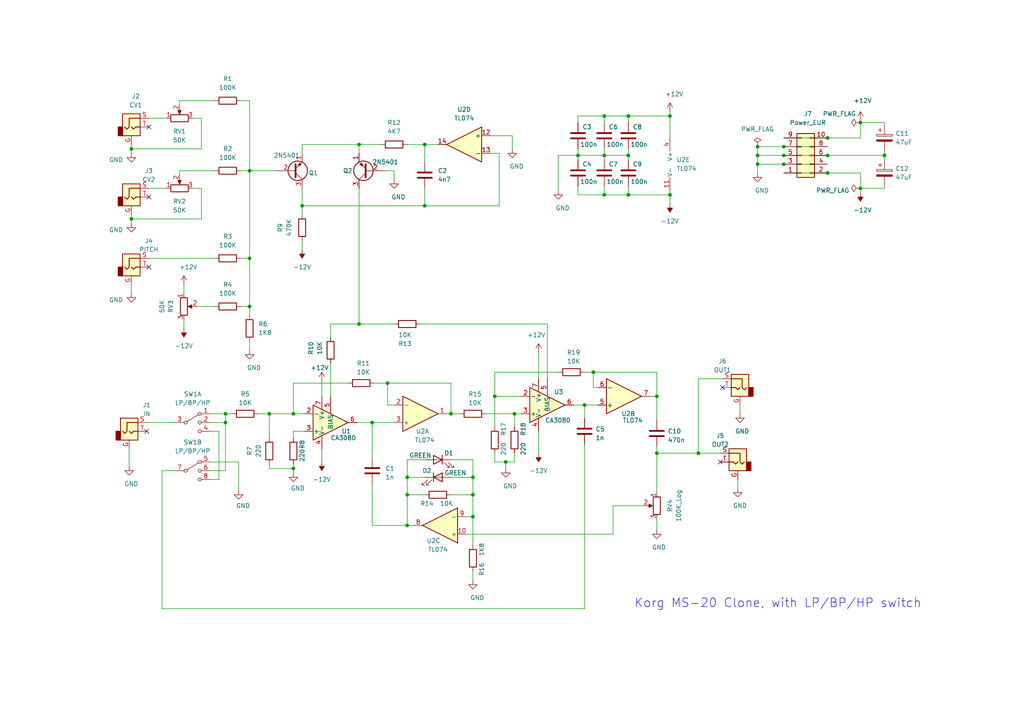
<source format=kicad_sch>
(kicad_sch (version 20201015) (generator eeschema)
  (paper "A4")
  (lib_symbols
    (symbol "Amplifier_Operational:CA3080" (pin_names (offset 0.127))
      (property "Reference" "U" (at 1.27 3.81 0))
      (property "Value" "CA3080" (at 1.27 -3.81 0))
      (symbol "CA3080_0_1"
        (polyline (pts (xy 5.08 0) (xy -5.08 -5.08) (xy -5.08 5.08) (xy 5.08 0)) (stroke (width 0.254)) (fill (type background)))
      )
      (symbol "CA3080_1_1"
        (pin unconnected line (at -2.54 2.54 270) (length 2.54) hide (name "NC") (number "1"))
        (pin input line (at -7.62 2.54 0) (length 2.54) (name "-") (number "2"))
        (pin input line (at -7.62 -2.54 0) (length 2.54) (name "+") (number "3"))
        (pin power_in line (at -2.54 -7.62 90) (length 3.81) (name "V-") (number "4"))
        (pin passive line (at 0 7.62 270) (length 5.08) (name "BIAS") (number "5"))
        (pin output line (at 7.62 0 180) (length 2.54) (name "~") (number "6"))
        (pin power_in line (at -2.54 7.62 270) (length 3.81) (name "V+") (number "7"))
        (pin unconnected line (at 0 2.54 270) (length 2.54) hide (name "NC") (number "8"))
      )
    )
    (symbol "Amplifier_Operational:TL074" (pin_names (offset 0.127))
      (property "Reference" "U" (at 0 5.08 0))
      (property "Value" "TL074" (at 0 -5.08 0))
      (symbol "TL074_1_1"
        (polyline (pts (xy -5.08 5.08) (xy 5.08 0) (xy -5.08 -5.08) (xy -5.08 5.08)) (stroke (width 0.254)) (fill (type background)))
        (pin output line (at 7.62 0 180) (length 2.54) (name "~") (number "1"))
        (pin input line (at -7.62 -2.54 0) (length 2.54) (name "-") (number "2"))
        (pin input line (at -7.62 2.54 0) (length 2.54) (name "+") (number "3"))
      )
      (symbol "TL074_2_1"
        (polyline (pts (xy -5.08 5.08) (xy 5.08 0) (xy -5.08 -5.08) (xy -5.08 5.08)) (stroke (width 0.254)) (fill (type background)))
        (pin input line (at -7.62 2.54 0) (length 2.54) (name "+") (number "5"))
        (pin input line (at -7.62 -2.54 0) (length 2.54) (name "-") (number "6"))
        (pin output line (at 7.62 0 180) (length 2.54) (name "~") (number "7"))
      )
      (symbol "TL074_3_1"
        (polyline (pts (xy -5.08 5.08) (xy 5.08 0) (xy -5.08 -5.08) (xy -5.08 5.08)) (stroke (width 0.254)) (fill (type background)))
        (pin input line (at -7.62 2.54 0) (length 2.54) (name "+") (number "10"))
        (pin output line (at 7.62 0 180) (length 2.54) (name "~") (number "8"))
        (pin input line (at -7.62 -2.54 0) (length 2.54) (name "-") (number "9"))
      )
      (symbol "TL074_4_1"
        (polyline (pts (xy -5.08 5.08) (xy 5.08 0) (xy -5.08 -5.08) (xy -5.08 5.08)) (stroke (width 0.254)) (fill (type background)))
        (pin input line (at -7.62 2.54 0) (length 2.54) (name "+") (number "12"))
        (pin input line (at -7.62 -2.54 0) (length 2.54) (name "-") (number "13"))
        (pin output line (at 7.62 0 180) (length 2.54) (name "~") (number "14"))
      )
      (symbol "TL074_5_1"
        (pin power_in line (at -2.54 -7.62 90) (length 3.81) (name "V-") (number "11"))
        (pin power_in line (at -2.54 7.62 270) (length 3.81) (name "V+") (number "4"))
      )
    )
    (symbol "Connector:AudioJack2_Ground"
      (property "Reference" "J" (at 0 8.89 0))
      (property "Value" "AudioJack2_Ground" (at 0 6.35 0))
      (symbol "AudioJack2_Ground_0_1"
        (rectangle (start -2.54 -2.54) (end -3.81 0) (stroke (width 0.254)) (fill (type outline)))
        (rectangle (start 2.54 3.81) (end -2.54 -2.54) (stroke (width 0.254)) (fill (type background)))
        (polyline (pts (xy 0 0) (xy 0.635 -0.635) (xy 1.27 0) (xy 2.54 0)) (stroke (width 0.254)))
        (polyline (pts (xy 2.54 2.54) (xy -0.635 2.54) (xy -0.635 0) (xy -1.27 -0.635) (xy -1.905 0)) (stroke (width 0.254)))
      )
      (symbol "AudioJack2_Ground_1_1"
        (pin passive line (at 0 -5.08 90) (length 2.54) (name "~") (number "G"))
        (pin passive line (at 5.08 2.54 180) (length 2.54) (name "~") (number "S"))
        (pin passive line (at 5.08 0 180) (length 2.54) (name "~") (number "T"))
      )
    )
    (symbol "Connector_Generic:Conn_02x05_Odd_Even" (pin_names (offset 1.016) hide)
      (property "Reference" "J" (at 1.27 7.62 0))
      (property "Value" "Conn_02x05_Odd_Even" (at 1.27 -7.62 0))
      (symbol "Conn_02x05_Odd_Even_1_1"
        (rectangle (start -1.27 -4.953) (end 0 -5.207) (stroke (width 0.1524)))
        (rectangle (start -1.27 -2.413) (end 0 -2.667) (stroke (width 0.1524)))
        (rectangle (start -1.27 2.667) (end 0 2.413) (stroke (width 0.1524)))
        (rectangle (start -1.27 5.207) (end 0 4.953) (stroke (width 0.1524)))
        (rectangle (start -1.27 6.35) (end 3.81 -6.35) (stroke (width 0.254)) (fill (type background)))
        (rectangle (start -1.27 0.127) (end 0 -0.127) (stroke (width 0.1524)))
        (rectangle (start 3.81 -4.953) (end 2.54 -5.207) (stroke (width 0.1524)))
        (rectangle (start 3.81 -2.413) (end 2.54 -2.667) (stroke (width 0.1524)))
        (rectangle (start 3.81 2.667) (end 2.54 2.413) (stroke (width 0.1524)))
        (rectangle (start 3.81 5.207) (end 2.54 4.953) (stroke (width 0.1524)))
        (rectangle (start 3.81 0.127) (end 2.54 -0.127) (stroke (width 0.1524)))
        (pin passive line (at -5.08 5.08 0) (length 3.81) (name "Pin_1") (number "1"))
        (pin passive line (at 7.62 -5.08 180) (length 3.81) (name "Pin_10") (number "10"))
        (pin passive line (at 7.62 5.08 180) (length 3.81) (name "Pin_2") (number "2"))
        (pin passive line (at -5.08 2.54 0) (length 3.81) (name "Pin_3") (number "3"))
        (pin passive line (at 7.62 2.54 180) (length 3.81) (name "Pin_4") (number "4"))
        (pin passive line (at -5.08 0 0) (length 3.81) (name "Pin_5") (number "5"))
        (pin passive line (at 7.62 0 180) (length 3.81) (name "Pin_6") (number "6"))
        (pin passive line (at -5.08 -2.54 0) (length 3.81) (name "Pin_7") (number "7"))
        (pin passive line (at 7.62 -2.54 180) (length 3.81) (name "Pin_8") (number "8"))
        (pin passive line (at -5.08 -5.08 0) (length 3.81) (name "Pin_9") (number "9"))
      )
    )
    (symbol "Device:C" (pin_numbers hide) (pin_names (offset 0.254))
      (property "Reference" "C" (at 0.635 2.54 0))
      (property "Value" "C" (at 0.635 -2.54 0))
      (symbol "C_0_1"
        (polyline (pts (xy -2.032 -0.762) (xy 2.032 -0.762)) (stroke (width 0.508)))
        (polyline (pts (xy -2.032 0.762) (xy 2.032 0.762)) (stroke (width 0.508)))
      )
      (symbol "C_1_1"
        (pin passive line (at 0 3.81 270) (length 2.794) (name "~") (number "1"))
        (pin passive line (at 0 -3.81 90) (length 2.794) (name "~") (number "2"))
      )
    )
    (symbol "Device:C_Polarized" (pin_numbers hide) (pin_names (offset 0.254))
      (property "Reference" "C" (at 0.635 2.54 0))
      (property "Value" "C_Polarized" (at 0.635 -2.54 0))
      (symbol "C_Polarized_0_1"
        (rectangle (start -2.286 0.508) (end 2.286 1.016))
        (rectangle (start 2.286 -0.508) (end -2.286 -1.016) (fill (type outline)))
        (polyline (pts (xy -1.778 2.286) (xy -0.762 2.286)))
        (polyline (pts (xy -1.27 2.794) (xy -1.27 1.778)))
      )
      (symbol "C_Polarized_1_1"
        (pin passive line (at 0 3.81 270) (length 2.794) (name "~") (number "1"))
        (pin passive line (at 0 -3.81 90) (length 2.794) (name "~") (number "2"))
      )
    )
    (symbol "Device:LED" (pin_numbers hide) (pin_names (offset 1.016) hide)
      (property "Reference" "D" (at 0 2.54 0))
      (property "Value" "LED" (at 0 -2.54 0))
      (symbol "LED_0_1"
        (polyline (pts (xy -1.27 -1.27) (xy -1.27 1.27)) (stroke (width 0.254)))
        (polyline (pts (xy -1.27 0) (xy 1.27 0)))
        (polyline (pts (xy 1.27 -1.27) (xy 1.27 1.27) (xy -1.27 0) (xy 1.27 -1.27)) (stroke (width 0.254)))
        (polyline (pts (xy -3.048 -0.762) (xy -4.572 -2.286) (xy -3.81 -2.286) (xy -4.572 -2.286) (xy -4.572 -1.524)))
        (polyline (pts (xy -1.778 -0.762) (xy -3.302 -2.286) (xy -2.54 -2.286) (xy -3.302 -2.286) (xy -3.302 -1.524)))
      )
      (symbol "LED_1_1"
        (pin passive line (at -3.81 0 0) (length 2.54) (name "K") (number "1"))
        (pin passive line (at 3.81 0 180) (length 2.54) (name "A") (number "2"))
      )
    )
    (symbol "Device:Q_PNP_EBC" (pin_names (offset 0) hide)
      (property "Reference" "Q" (at 5.08 1.27 0))
      (property "Value" "Q_PNP_EBC" (at 5.08 -1.27 0))
      (symbol "Q_PNP_EBC_0_1"
        (circle (center 1.27 0) (radius 2.8194) (stroke (width 0.254)))
        (polyline (pts (xy 0.635 0.635) (xy 2.54 2.54)))
        (polyline (pts (xy 0.635 -0.635) (xy 2.54 -2.54) (xy 2.54 -2.54)))
        (polyline (pts (xy 0.635 1.905) (xy 0.635 -1.905) (xy 0.635 -1.905)) (stroke (width 0.508)))
        (polyline (pts (xy 2.286 -1.778) (xy 1.778 -2.286) (xy 1.27 -1.27) (xy 2.286 -1.778) (xy 2.286 -1.778)) (fill (type outline)))
      )
      (symbol "Q_PNP_EBC_1_1"
        (pin passive line (at 2.54 -5.08 90) (length 2.54) (name "E") (number "1"))
        (pin input line (at -5.08 0 0) (length 5.715) (name "B") (number "2"))
        (pin passive line (at 2.54 5.08 270) (length 2.54) (name "C") (number "3"))
      )
    )
    (symbol "Device:R" (pin_numbers hide) (pin_names (offset 0))
      (property "Reference" "R" (at 2.032 0 90))
      (property "Value" "R" (at 0 0 90))
      (symbol "R_0_1"
        (rectangle (start -1.016 -2.54) (end 1.016 2.54) (stroke (width 0.254)))
      )
      (symbol "R_1_1"
        (pin passive line (at 0 3.81 270) (length 1.27) (name "~") (number "1"))
        (pin passive line (at 0 -3.81 90) (length 1.27) (name "~") (number "2"))
      )
    )
    (symbol "Device:R_Potentiometer" (pin_names (offset 1.016) hide)
      (property "Reference" "RV" (at -4.445 0 90))
      (property "Value" "R_Potentiometer" (at -2.54 0 90))
      (symbol "R_Potentiometer_0_1"
        (rectangle (start 1.016 2.54) (end -1.016 -2.54) (stroke (width 0.254)))
        (polyline (pts (xy 2.54 0) (xy 1.524 0)))
        (polyline (pts (xy 1.143 0) (xy 2.286 0.508) (xy 2.286 -0.508) (xy 1.143 0)) (fill (type outline)))
      )
      (symbol "R_Potentiometer_1_1"
        (pin passive line (at 0 3.81 270) (length 1.27) (name "1") (number "1"))
        (pin passive line (at 3.81 0 180) (length 1.27) (name "2") (number "2"))
        (pin passive line (at 0 -3.81 90) (length 1.27) (name "3") (number "3"))
      )
    )
    (symbol "Switch:SW_DP3T" (pin_names (offset 0) hide)
      (property "Reference" "SW" (at 0 5.08 0))
      (property "Value" "SW_DP3T" (at 0 -5.08 0))
      (symbol "SW_DP3T_0_1"
        (circle (center -2.032 0) (radius 0.4572))
        (circle (center 2.032 -2.54) (radius 0.4572))
        (circle (center 2.032 0) (radius 0.4572))
        (circle (center 2.032 2.54) (radius 0.4572))
        (polyline (pts (xy -1.651 0.254) (xy 1.651 2.286)))
      )
      (symbol "SW_DP3T_1_1"
        (pin passive line (at 5.08 2.54 180) (length 2.54) (name "1") (number "1"))
        (pin passive line (at 5.08 0 180) (length 2.54) (name "2") (number "2"))
        (pin passive line (at -5.08 0 0) (length 2.54) (name "3") (number "3"))
        (pin passive line (at 5.08 -2.54 180) (length 2.54) (name "4") (number "4"))
      )
      (symbol "SW_DP3T_2_1"
        (pin passive line (at 5.08 2.54 180) (length 2.54) (name "5") (number "5"))
        (pin passive line (at 5.08 0 180) (length 2.54) (name "6") (number "6"))
        (pin passive line (at -5.08 0 0) (length 2.54) (name "7") (number "7"))
        (pin passive line (at 5.08 -2.54 180) (length 2.54) (name "8") (number "8"))
      )
    )
    (symbol "power:+12V" (power) (pin_names (offset 0))
      (property "Value" "+12V" (at 0 3.556 0))
      (symbol "+12V_0_1"
        (polyline (pts (xy -0.762 1.27) (xy 0 2.54)))
        (polyline (pts (xy 0 0) (xy 0 2.54)))
        (polyline (pts (xy 0 2.54) (xy 0.762 1.27)))
      )
      (symbol "+12V_1_1"
        (pin power_in line (at 0 0 90) (length 0) hide (name "+12V") (number "1"))
      )
    )
    (symbol "power:-12V" (power) (pin_names (offset 0))
      (property "Value" "-12V" (at 0 3.81 0))
      (symbol "-12V_0_0"
        (pin power_in line (at 0 0 90) (length 0) hide (name "-12V") (number "1"))
      )
      (symbol "-12V_0_1"
        (polyline (pts (xy 0 0) (xy 0 1.27) (xy 0.762 1.27) (xy 0 2.54) (xy -0.762 1.27) (xy 0 1.27)) (fill (type outline)))
      )
    )
    (symbol "power:GND" (power) (pin_names (offset 0))
      (property "Value" "GND" (at 0 -3.81 0))
      (symbol "GND_0_1"
        (polyline (pts (xy 0 0) (xy 0 -1.27) (xy 1.27 -1.27) (xy 0 -2.54) (xy -1.27 -1.27) (xy 0 -1.27)))
      )
      (symbol "GND_1_1"
        (pin power_in line (at 0 0 270) (length 0) hide (name "GND") (number "1"))
      )
    )
    (symbol "power:PWR_FLAG" (power) (pin_numbers hide) (pin_names (offset 0) hide)
      (property "Value" "PWR_FLAG" (at 0 3.81 0))
      (symbol "PWR_FLAG_0_0"
        (pin power_out line (at 0 0 90) (length 0) (name "pwr") (number "1"))
      )
      (symbol "PWR_FLAG_0_1"
        (polyline (pts (xy 0 0) (xy 0 1.27) (xy -1.016 1.905) (xy 0 2.54) (xy 1.016 1.905) (xy 0 1.27)))
      )
    )
  )
  (junction (at 38.1 43.18) (diameter 0.9144))
  (junction (at 38.1 63.5) (diameter 0.9144))
  (junction (at 65.405 120.015) (diameter 0.9144))
  (junction (at 65.405 122.555) (diameter 0.9144))
  (junction (at 72.39 49.53) (diameter 0.9144))
  (junction (at 72.39 74.93) (diameter 0.9144))
  (junction (at 72.39 88.9) (diameter 0.9144))
  (junction (at 78.105 120.015) (diameter 0.9144))
  (junction (at 85.09 120.015) (diameter 0.9144))
  (junction (at 85.09 135.89) (diameter 0.9144))
  (junction (at 87.63 59.69) (diameter 0.9144))
  (junction (at 104.14 41.91) (diameter 0.9144))
  (junction (at 104.14 93.98) (diameter 0.9144))
  (junction (at 107.95 122.555) (diameter 0.9144))
  (junction (at 112.395 111.125) (diameter 0.9144))
  (junction (at 118.11 138.43) (diameter 0.9144))
  (junction (at 118.11 143.51) (diameter 0.9144))
  (junction (at 118.11 152.4) (diameter 0.9144))
  (junction (at 123.19 41.91) (diameter 0.9144))
  (junction (at 123.19 59.69) (diameter 0.9144))
  (junction (at 130.81 120.015) (diameter 0.9144))
  (junction (at 137.16 138.43) (diameter 0.9144))
  (junction (at 137.16 143.51) (diameter 0.9144))
  (junction (at 137.16 149.86) (diameter 0.9144))
  (junction (at 143.51 114.935) (diameter 0.9144))
  (junction (at 146.685 133.985) (diameter 0.9144))
  (junction (at 149.225 120.015) (diameter 0.9144))
  (junction (at 167.64 45.085) (diameter 0.9144))
  (junction (at 169.545 117.475) (diameter 0.9144))
  (junction (at 172.085 107.95) (diameter 0.9144))
  (junction (at 175.26 33.655) (diameter 0.9144))
  (junction (at 175.26 45.085) (diameter 0.9144))
  (junction (at 175.26 56.515) (diameter 0.9144))
  (junction (at 182.245 33.655) (diameter 0.9144))
  (junction (at 182.245 45.085) (diameter 0.9144))
  (junction (at 182.245 56.515) (diameter 0.9144))
  (junction (at 190.5 114.935) (diameter 0.9144))
  (junction (at 190.5 131.445) (diameter 0.9144))
  (junction (at 194.31 33.655) (diameter 0.9144))
  (junction (at 194.31 56.515) (diameter 0.9144))
  (junction (at 202.565 131.445) (diameter 0.9144))
  (junction (at 219.71 42.545) (diameter 0.9144))
  (junction (at 219.71 45.085) (diameter 0.9144))
  (junction (at 219.71 47.625) (diameter 0.9144))
  (junction (at 227.33 42.545) (diameter 0.9144))
  (junction (at 227.33 45.085) (diameter 0.9144))
  (junction (at 227.33 47.625) (diameter 0.9144))
  (junction (at 240.03 40.005) (diameter 0.9144))
  (junction (at 240.03 45.085) (diameter 0.9144))
  (junction (at 240.03 50.165) (diameter 0.9144))
  (junction (at 249.555 35.56) (diameter 0.9144))
  (junction (at 249.555 54.61) (diameter 0.9144))
  (junction (at 256.54 45.085) (diameter 0.9144))
  (no_connect (at 42.545 125.095))
  (no_connect (at 43.18 36.83))
  (no_connect (at 43.18 57.15))
  (no_connect (at 43.18 77.47))
  (no_connect (at 208.915 133.985))
  (no_connect (at 209.55 112.395))
  (wire (pts (xy 37.465 130.175) (xy 37.465 135.255)))
  (wire (pts (xy 38.1 41.91) (xy 38.1 43.18)))
  (wire (pts (xy 38.1 43.18) (xy 38.1 44.45)))
  (wire (pts (xy 38.1 43.18) (xy 58.42 43.18)))
  (wire (pts (xy 38.1 62.23) (xy 38.1 63.5)))
  (wire (pts (xy 38.1 63.5) (xy 38.1 64.77)))
  (wire (pts (xy 38.1 63.5) (xy 58.42 63.5)))
  (wire (pts (xy 38.1 82.55) (xy 38.1 85.09)))
  (wire (pts (xy 42.545 122.555) (xy 50.8 122.555)))
  (wire (pts (xy 43.18 34.29) (xy 48.26 34.29)))
  (wire (pts (xy 43.18 54.61) (xy 48.26 54.61)))
  (wire (pts (xy 43.18 74.93) (xy 62.23 74.93)))
  (wire (pts (xy 46.99 136.525) (xy 50.8 136.525)))
  (wire (pts (xy 46.99 176.53) (xy 46.99 136.525)))
  (wire (pts (xy 52.07 29.21) (xy 62.23 29.21)))
  (wire (pts (xy 52.07 30.48) (xy 52.07 29.21)))
  (wire (pts (xy 52.07 49.53) (xy 62.23 49.53)))
  (wire (pts (xy 52.07 50.8) (xy 52.07 49.53)))
  (wire (pts (xy 53.34 82.55) (xy 53.34 85.09)))
  (wire (pts (xy 53.34 92.71) (xy 53.34 95.25)))
  (wire (pts (xy 55.88 54.61) (xy 58.42 54.61)))
  (wire (pts (xy 57.15 88.9) (xy 62.23 88.9)))
  (wire (pts (xy 58.42 34.29) (xy 55.88 34.29)))
  (wire (pts (xy 58.42 43.18) (xy 58.42 34.29)))
  (wire (pts (xy 58.42 63.5) (xy 58.42 54.61)))
  (wire (pts (xy 60.96 120.015) (xy 65.405 120.015)))
  (wire (pts (xy 60.96 122.555) (xy 65.405 122.555)))
  (wire (pts (xy 60.96 133.985) (xy 69.215 133.985)))
  (wire (pts (xy 60.96 139.065) (xy 63.5 139.065)))
  (wire (pts (xy 63.5 125.095) (xy 60.96 125.095)))
  (wire (pts (xy 63.5 139.065) (xy 63.5 125.095)))
  (wire (pts (xy 65.405 120.015) (xy 65.405 122.555)))
  (wire (pts (xy 65.405 120.015) (xy 67.31 120.015)))
  (wire (pts (xy 65.405 122.555) (xy 65.405 136.525)))
  (wire (pts (xy 65.405 136.525) (xy 60.96 136.525)))
  (wire (pts (xy 69.215 133.985) (xy 69.215 142.24)))
  (wire (pts (xy 69.85 29.21) (xy 72.39 29.21)))
  (wire (pts (xy 69.85 49.53) (xy 72.39 49.53)))
  (wire (pts (xy 69.85 74.93) (xy 72.39 74.93)))
  (wire (pts (xy 69.85 88.9) (xy 72.39 88.9)))
  (wire (pts (xy 72.39 29.21) (xy 72.39 49.53)))
  (wire (pts (xy 72.39 49.53) (xy 72.39 74.93)))
  (wire (pts (xy 72.39 49.53) (xy 80.01 49.53)))
  (wire (pts (xy 72.39 74.93) (xy 72.39 88.9)))
  (wire (pts (xy 72.39 88.9) (xy 72.39 91.44)))
  (wire (pts (xy 72.39 99.06) (xy 72.39 101.6)))
  (wire (pts (xy 74.93 120.015) (xy 78.105 120.015)))
  (wire (pts (xy 78.105 120.015) (xy 78.105 127)))
  (wire (pts (xy 78.105 120.015) (xy 85.09 120.015)))
  (wire (pts (xy 78.105 134.62) (xy 78.105 135.89)))
  (wire (pts (xy 78.105 135.89) (xy 85.09 135.89)))
  (wire (pts (xy 85.09 111.125) (xy 85.09 120.015)))
  (wire (pts (xy 85.09 120.015) (xy 88.265 120.015)))
  (wire (pts (xy 85.09 125.095) (xy 85.09 127)))
  (wire (pts (xy 85.09 134.62) (xy 85.09 135.89)))
  (wire (pts (xy 85.09 135.89) (xy 85.09 137.16)))
  (wire (pts (xy 87.63 41.91) (xy 104.14 41.91)))
  (wire (pts (xy 87.63 44.45) (xy 87.63 41.91)))
  (wire (pts (xy 87.63 54.61) (xy 87.63 59.69)))
  (wire (pts (xy 87.63 59.69) (xy 87.63 62.23)))
  (wire (pts (xy 87.63 59.69) (xy 123.19 59.69)))
  (wire (pts (xy 87.63 69.85) (xy 87.63 72.39)))
  (wire (pts (xy 88.265 125.095) (xy 85.09 125.095)))
  (wire (pts (xy 93.345 110.49) (xy 93.345 114.935)))
  (wire (pts (xy 93.345 133.985) (xy 93.345 130.175)))
  (wire (pts (xy 95.885 93.98) (xy 95.885 97.79)))
  (wire (pts (xy 95.885 105.41) (xy 95.885 114.935)))
  (wire (pts (xy 100.965 111.125) (xy 85.09 111.125)))
  (wire (pts (xy 103.505 122.555) (xy 107.95 122.555)))
  (wire (pts (xy 104.14 41.91) (xy 104.14 44.45)))
  (wire (pts (xy 104.14 41.91) (xy 110.49 41.91)))
  (wire (pts (xy 104.14 54.61) (xy 104.14 93.98)))
  (wire (pts (xy 104.14 93.98) (xy 95.885 93.98)))
  (wire (pts (xy 104.14 93.98) (xy 114.3 93.98)))
  (wire (pts (xy 107.95 122.555) (xy 107.95 132.715)))
  (wire (pts (xy 107.95 122.555) (xy 114.3 122.555)))
  (wire (pts (xy 107.95 140.335) (xy 107.95 152.4)))
  (wire (pts (xy 107.95 152.4) (xy 118.11 152.4)))
  (wire (pts (xy 108.585 111.125) (xy 112.395 111.125)))
  (wire (pts (xy 111.76 49.53) (xy 114.3 49.53)))
  (wire (pts (xy 112.395 111.125) (xy 130.81 111.125)))
  (wire (pts (xy 112.395 117.475) (xy 112.395 111.125)))
  (wire (pts (xy 114.3 49.53) (xy 114.3 52.07)))
  (wire (pts (xy 114.3 117.475) (xy 112.395 117.475)))
  (wire (pts (xy 118.11 41.91) (xy 123.19 41.91)))
  (wire (pts (xy 118.11 133.35) (xy 123.19 133.35)))
  (wire (pts (xy 118.11 138.43) (xy 118.11 133.35)))
  (wire (pts (xy 118.11 138.43) (xy 123.19 138.43)))
  (wire (pts (xy 118.11 143.51) (xy 118.11 138.43)))
  (wire (pts (xy 118.11 143.51) (xy 123.19 143.51)))
  (wire (pts (xy 118.11 152.4) (xy 118.11 143.51)))
  (wire (pts (xy 120.015 152.4) (xy 118.11 152.4)))
  (wire (pts (xy 121.92 93.98) (xy 158.75 93.98)))
  (wire (pts (xy 123.19 41.91) (xy 127 41.91)))
  (wire (pts (xy 123.19 46.99) (xy 123.19 41.91)))
  (wire (pts (xy 123.19 59.69) (xy 123.19 54.61)))
  (wire (pts (xy 123.19 59.69) (xy 144.78 59.69)))
  (wire (pts (xy 130.81 111.125) (xy 130.81 120.015)))
  (wire (pts (xy 130.81 120.015) (xy 129.54 120.015)))
  (wire (pts (xy 130.81 120.015) (xy 133.35 120.015)))
  (wire (pts (xy 130.81 138.43) (xy 137.16 138.43)))
  (wire (pts (xy 130.81 143.51) (xy 137.16 143.51)))
  (wire (pts (xy 135.255 149.86) (xy 137.16 149.86)))
  (wire (pts (xy 135.255 154.94) (xy 177.8 154.94)))
  (wire (pts (xy 137.16 133.35) (xy 130.81 133.35)))
  (wire (pts (xy 137.16 138.43) (xy 137.16 133.35)))
  (wire (pts (xy 137.16 143.51) (xy 137.16 138.43)))
  (wire (pts (xy 137.16 149.86) (xy 137.16 143.51)))
  (wire (pts (xy 137.16 149.86) (xy 137.16 158.115)))
  (wire (pts (xy 137.16 165.735) (xy 137.16 168.275)))
  (wire (pts (xy 140.97 120.015) (xy 149.225 120.015)))
  (wire (pts (xy 142.24 39.37) (xy 148.59 39.37)))
  (wire (pts (xy 143.51 107.95) (xy 143.51 114.935)))
  (wire (pts (xy 143.51 114.935) (xy 143.51 123.825)))
  (wire (pts (xy 143.51 133.985) (xy 143.51 131.445)))
  (wire (pts (xy 144.78 44.45) (xy 142.24 44.45)))
  (wire (pts (xy 144.78 59.69) (xy 144.78 44.45)))
  (wire (pts (xy 146.685 133.985) (xy 143.51 133.985)))
  (wire (pts (xy 146.685 133.985) (xy 149.225 133.985)))
  (wire (pts (xy 146.685 135.89) (xy 146.685 133.985)))
  (wire (pts (xy 148.59 39.37) (xy 148.59 43.18)))
  (wire (pts (xy 149.225 120.015) (xy 149.225 123.825)))
  (wire (pts (xy 149.225 120.015) (xy 151.13 120.015)))
  (wire (pts (xy 149.225 133.985) (xy 149.225 131.445)))
  (wire (pts (xy 151.13 114.935) (xy 143.51 114.935)))
  (wire (pts (xy 156.21 102.235) (xy 156.21 109.855)))
  (wire (pts (xy 156.21 125.095) (xy 156.21 131.445)))
  (wire (pts (xy 158.75 93.98) (xy 158.75 109.855)))
  (wire (pts (xy 161.925 45.085) (xy 167.64 45.085)))
  (wire (pts (xy 161.925 55.245) (xy 161.925 45.085)))
  (wire (pts (xy 161.925 107.95) (xy 143.51 107.95)))
  (wire (pts (xy 166.37 117.475) (xy 169.545 117.475)))
  (wire (pts (xy 167.64 33.655) (xy 167.64 35.56)))
  (wire (pts (xy 167.64 43.18) (xy 167.64 45.085)))
  (wire (pts (xy 167.64 45.085) (xy 167.64 46.355)))
  (wire (pts (xy 167.64 45.085) (xy 175.26 45.085)))
  (wire (pts (xy 167.64 53.975) (xy 167.64 56.515)))
  (wire (pts (xy 167.64 56.515) (xy 175.26 56.515)))
  (wire (pts (xy 169.545 107.95) (xy 172.085 107.95)))
  (wire (pts (xy 169.545 117.475) (xy 169.545 121.285)))
  (wire (pts (xy 169.545 117.475) (xy 173.355 117.475)))
  (wire (pts (xy 169.545 128.905) (xy 169.545 176.53)))
  (wire (pts (xy 169.545 176.53) (xy 46.99 176.53)))
  (wire (pts (xy 172.085 107.95) (xy 190.5 107.95)))
  (wire (pts (xy 172.085 112.395) (xy 172.085 107.95)))
  (wire (pts (xy 172.085 112.395) (xy 173.355 112.395)))
  (wire (pts (xy 175.26 33.655) (xy 167.64 33.655)))
  (wire (pts (xy 175.26 33.655) (xy 175.26 35.56)))
  (wire (pts (xy 175.26 43.18) (xy 175.26 45.085)))
  (wire (pts (xy 175.26 45.085) (xy 175.26 46.355)))
  (wire (pts (xy 175.26 45.085) (xy 182.245 45.085)))
  (wire (pts (xy 175.26 53.975) (xy 175.26 56.515)))
  (wire (pts (xy 175.26 56.515) (xy 182.245 56.515)))
  (wire (pts (xy 177.8 146.685) (xy 186.69 146.685)))
  (wire (pts (xy 177.8 154.94) (xy 177.8 146.685)))
  (wire (pts (xy 182.245 33.655) (xy 175.26 33.655)))
  (wire (pts (xy 182.245 33.655) (xy 182.245 35.56)))
  (wire (pts (xy 182.245 43.18) (xy 182.245 45.085)))
  (wire (pts (xy 182.245 45.085) (xy 182.245 46.355)))
  (wire (pts (xy 182.245 53.975) (xy 182.245 56.515)))
  (wire (pts (xy 182.245 56.515) (xy 194.31 56.515)))
  (wire (pts (xy 190.5 107.95) (xy 190.5 114.935)))
  (wire (pts (xy 190.5 114.935) (xy 188.595 114.935)))
  (wire (pts (xy 190.5 114.935) (xy 190.5 121.92)))
  (wire (pts (xy 190.5 131.445) (xy 190.5 129.54)))
  (wire (pts (xy 190.5 131.445) (xy 190.5 142.875)))
  (wire (pts (xy 190.5 150.495) (xy 190.5 153.67)))
  (wire (pts (xy 194.31 32.385) (xy 194.31 33.655)))
  (wire (pts (xy 194.31 33.655) (xy 182.245 33.655)))
  (wire (pts (xy 194.31 33.655) (xy 194.31 40.005)))
  (wire (pts (xy 194.31 56.515) (xy 194.31 55.245)))
  (wire (pts (xy 194.31 59.055) (xy 194.31 56.515)))
  (wire (pts (xy 202.565 109.855) (xy 209.55 109.855)))
  (wire (pts (xy 202.565 131.445) (xy 190.5 131.445)))
  (wire (pts (xy 202.565 131.445) (xy 202.565 109.855)))
  (wire (pts (xy 208.915 131.445) (xy 202.565 131.445)))
  (wire (pts (xy 213.995 139.065) (xy 213.995 141.605)))
  (wire (pts (xy 214.63 117.475) (xy 214.63 120.015)))
  (wire (pts (xy 219.71 42.545) (xy 219.71 45.085)))
  (wire (pts (xy 219.71 45.085) (xy 219.71 47.625)))
  (wire (pts (xy 219.71 45.085) (xy 227.33 45.085)))
  (wire (pts (xy 219.71 47.625) (xy 219.71 50.165)))
  (wire (pts (xy 219.71 47.625) (xy 227.33 47.625)))
  (wire (pts (xy 227.33 40.005) (xy 240.03 40.005)))
  (wire (pts (xy 227.33 42.545) (xy 219.71 42.545)))
  (wire (pts (xy 227.33 42.545) (xy 240.03 42.545)))
  (wire (pts (xy 227.33 45.085) (xy 240.03 45.085)))
  (wire (pts (xy 227.33 47.625) (xy 240.03 47.625)))
  (wire (pts (xy 227.33 50.165) (xy 240.03 50.165)))
  (wire (pts (xy 240.03 40.005) (xy 249.555 40.005)))
  (wire (pts (xy 240.03 45.085) (xy 256.54 45.085)))
  (wire (pts (xy 240.03 50.165) (xy 249.555 50.165)))
  (wire (pts (xy 249.555 35.56) (xy 249.555 34.925)))
  (wire (pts (xy 249.555 40.005) (xy 249.555 35.56)))
  (wire (pts (xy 249.555 50.165) (xy 249.555 54.61)))
  (wire (pts (xy 249.555 54.61) (xy 249.555 55.88)))
  (wire (pts (xy 256.54 35.56) (xy 249.555 35.56)))
  (wire (pts (xy 256.54 36.195) (xy 256.54 35.56)))
  (wire (pts (xy 256.54 43.815) (xy 256.54 45.085)))
  (wire (pts (xy 256.54 45.085) (xy 256.54 46.355)))
  (wire (pts (xy 256.54 53.975) (xy 256.54 54.61)))
  (wire (pts (xy 256.54 54.61) (xy 249.555 54.61)))
  (text "Korg MS-20 Clone, with LP/BP/HP switch" (at 267.335 176.53 180) (effects (font (size 2.54 2.54)) (justify right bottom)))
  (symbol (lib_id "power:PWR_FLAG") (at 219.71 42.545 0) (unit 1)
    (property "Reference" "#FLG0102" (effects hide))
    (property "Value" "PWR_FLAG" (at 219.71 37.465 0))
  )
  (symbol (lib_id "power:PWR_FLAG") (at 249.555 35.56 90) (unit 1)
    (property "Reference" "#FLG0101" (effects hide))
    (property "Value" "PWR_FLAG" (at 248.285 33.02 90) (effects (justify left)))
  )
  (symbol (lib_id "power:PWR_FLAG") (at 249.555 54.61 90) (unit 1)
    (property "Reference" "#FLG0103" (effects hide))
    (property "Value" "PWR_FLAG" (at 246.38 55.245 90) (effects (justify left)))
  )
  (symbol (lib_id "power:+12V") (at 53.34 82.55 0) (unit 1)
    (property "Reference" "#PWR0110" (effects hide))
    (property "Value" "+12V" (at 54.61 77.47 0))
  )
  (symbol (lib_id "power:-12V") (at 53.34 95.25 180) (unit 1)
    (property "Reference" "#PWR0117" (effects hide))
    (property "Value" "-12V" (at 53.34 100.33 0))
  )
  (symbol (lib_id "power:-12V") (at 87.63 72.39 180) (unit 1)
    (property "Reference" "#PWR0105" (effects hide))
    (property "Value" "-12V" (at 87.63 77.47 0))
  )
  (symbol (lib_id "power:+12V") (at 93.345 110.49 0) (unit 1)
    (property "Reference" "#PWR0112" (effects hide))
    (property "Value" "+12V" (at 92.71 106.68 0))
  )
  (symbol (lib_id "power:-12V") (at 93.345 133.985 180) (unit 1)
    (property "Reference" "#PWR0113" (effects hide))
    (property "Value" "-12V" (at 93.345 139.065 0))
  )
  (symbol (lib_id "power:+12V") (at 156.21 102.235 0) (unit 1)
    (property "Reference" "#PWR0101" (effects hide))
    (property "Value" "+12V" (at 155.575 97.155 0))
  )
  (symbol (lib_id "power:-12V") (at 156.21 131.445 180) (unit 1)
    (property "Reference" "#PWR0103" (effects hide))
    (property "Value" "-12V" (at 156.21 136.525 0))
  )
  (symbol (lib_id "power:+12V") (at 194.31 32.385 0) (unit 1)
    (property "Reference" "#PWR0124" (effects hide))
    (property "Value" "+12V" (at 195.58 27.305 0))
  )
  (symbol (lib_id "power:-12V") (at 194.31 59.055 180) (unit 1)
    (property "Reference" "#PWR0119" (effects hide))
    (property "Value" "-12V" (at 194.31 64.135 0))
  )
  (symbol (lib_id "power:+12V") (at 249.555 34.925 0) (unit 1)
    (property "Reference" "#PWR0126" (effects hide))
    (property "Value" "+12V" (at 250.19 29.21 0))
  )
  (symbol (lib_id "power:-12V") (at 249.555 55.88 180) (unit 1)
    (property "Reference" "#PWR0127" (effects hide))
    (property "Value" "-12V" (at 250.19 60.96 0))
  )
  (symbol (lib_id "power:GND") (at 37.465 135.255 0) (unit 1)
    (property "Reference" "#PWR0116" (effects hide))
    (property "Value" "GND" (at 38.1 140.335 0))
  )
  (symbol (lib_id "power:GND") (at 38.1 44.45 0) (unit 1)
    (property "Reference" "#PWR0107" (effects hide))
    (property "Value" "GND" (at 33.655 46.355 0))
  )
  (symbol (lib_id "power:GND") (at 38.1 64.77 0) (unit 1)
    (property "Reference" "#PWR0109" (effects hide))
    (property "Value" "GND" (at 33.655 66.675 0))
  )
  (symbol (lib_id "power:GND") (at 38.1 85.09 0) (unit 1)
    (property "Reference" "#PWR0108" (effects hide))
    (property "Value" "GND" (at 33.655 86.995 0))
  )
  (symbol (lib_id "power:GND") (at 69.215 142.24 0) (unit 1)
    (property "Reference" "#PWR0115" (effects hide))
    (property "Value" "GND" (at 70.485 146.685 0))
  )
  (symbol (lib_id "power:GND") (at 72.39 101.6 0) (unit 1)
    (property "Reference" "#PWR0111" (effects hide))
    (property "Value" "GND" (at 73.66 106.68 0))
  )
  (symbol (lib_id "power:GND") (at 85.09 137.16 0) (unit 1)
    (property "Reference" "#PWR0114" (effects hide))
    (property "Value" "GND" (at 86.36 141.605 0))
  )
  (symbol (lib_id "power:GND") (at 114.3 52.07 0) (unit 1)
    (property "Reference" "#PWR0104" (effects hide))
    (property "Value" "GND" (at 115.57 57.15 0))
  )
  (symbol (lib_id "power:GND") (at 137.16 168.275 0) (unit 1)
    (property "Reference" "#PWR0123" (effects hide))
    (property "Value" "GND" (at 138.43 173.355 0))
  )
  (symbol (lib_id "power:GND") (at 146.685 135.89 0) (unit 1)
    (property "Reference" "#PWR0102" (effects hide))
    (property "Value" "GND" (at 147.955 140.97 0))
  )
  (symbol (lib_id "power:GND") (at 148.59 43.18 0) (unit 1)
    (property "Reference" "#PWR0106" (effects hide))
    (property "Value" "GND" (at 149.86 48.26 0))
  )
  (symbol (lib_id "power:GND") (at 161.925 55.245 0) (unit 1)
    (property "Reference" "#PWR0118" (effects hide))
    (property "Value" "GND" (at 163.195 60.325 0))
  )
  (symbol (lib_id "power:GND") (at 190.5 153.67 0) (unit 1)
    (property "Reference" "#PWR0122" (effects hide))
    (property "Value" "GND" (at 191.135 158.75 0))
  )
  (symbol (lib_id "power:GND") (at 213.995 141.605 0) (unit 1)
    (property "Reference" "#PWR0120" (effects hide))
    (property "Value" "GND" (at 214.63 146.685 0))
  )
  (symbol (lib_id "power:GND") (at 214.63 120.015 0) (unit 1)
    (property "Reference" "#PWR0121" (effects hide))
    (property "Value" "GND" (at 215.265 125.095 0))
  )
  (symbol (lib_id "power:GND") (at 219.71 50.165 0) (unit 1)
    (property "Reference" "#PWR0125" (effects hide))
    (property "Value" "GND" (at 220.98 55.245 0))
  )
  (symbol (lib_id "Device:R") (at 66.04 29.21 90) (unit 1)
    (property "Reference" "R1" (at 66.04 22.86 90))
    (property "Value" "100K" (at 66.04 25.4 90))
  )
  (symbol (lib_id "Device:R") (at 66.04 49.53 90) (unit 1)
    (property "Reference" "R2" (at 66.04 43.18 90))
    (property "Value" "100K" (at 66.04 45.72 90))
  )
  (symbol (lib_id "Device:R") (at 66.04 74.93 90) (unit 1)
    (property "Reference" "R3" (at 66.04 68.58 90))
    (property "Value" "100K" (at 66.04 71.12 90))
  )
  (symbol (lib_id "Device:R") (at 66.04 88.9 90) (unit 1)
    (property "Reference" "R4" (at 66.04 82.55 90))
    (property "Value" "100K" (at 66.04 85.09 90))
  )
  (symbol (lib_id "Device:R") (at 71.12 120.015 270) (unit 1)
    (property "Reference" "R5" (at 71.12 114.3 90))
    (property "Value" "10K" (at 71.12 116.84 90))
  )
  (symbol (lib_id "Device:R") (at 72.39 95.25 0) (unit 1)
    (property "Reference" "R6" (at 74.93 93.98 0) (effects (justify left)))
    (property "Value" "1K8" (at 74.93 96.52 0) (effects (justify left)))
  )
  (symbol (lib_id "Device:R") (at 78.105 130.81 0) (unit 1)
    (property "Reference" "R7" (at 72.39 130.81 90))
    (property "Value" "220" (at 74.93 130.81 90))
  )
  (symbol (lib_id "Device:R") (at 85.09 130.81 0) (unit 1)
    (property "Reference" "R8" (at 87.63 128.905 90))
    (property "Value" "220" (at 87.63 132.08 90))
  )
  (symbol (lib_id "Device:R") (at 87.63 66.04 180) (unit 1)
    (property "Reference" "R9" (at 81.28 66.04 90))
    (property "Value" "470K" (at 83.82 66.04 90))
  )
  (symbol (lib_id "Device:R") (at 95.885 101.6 180) (unit 1)
    (property "Reference" "R10" (at 90.17 100.965 90))
    (property "Value" "10K" (at 92.71 100.965 90))
  )
  (symbol (lib_id "Device:R") (at 104.775 111.125 90) (unit 1)
    (property "Reference" "R11" (at 105.41 105.41 90))
    (property "Value" "10K" (at 105.41 107.95 90))
  )
  (symbol (lib_id "Device:R") (at 114.3 41.91 90) (unit 1)
    (property "Reference" "R12" (at 114.3 35.56 90))
    (property "Value" "4K7" (at 114.3 38.1 90))
  )
  (symbol (lib_id "Device:R") (at 118.11 93.98 270) (unit 1)
    (property "Reference" "R13" (at 117.475 99.695 90))
    (property "Value" "10K" (at 117.475 97.155 90))
  )
  (symbol (lib_id "Device:R") (at 127 143.51 90) (unit 1)
    (property "Reference" "R14" (at 123.825 146.05 90))
    (property "Value" "10K" (at 129.54 146.05 90))
  )
  (symbol (lib_id "Device:R") (at 137.16 120.015 90) (unit 1)
    (property "Reference" "R15" (at 137.795 114.3 90))
    (property "Value" "10K" (at 137.795 116.84 90))
  )
  (symbol (lib_id "Device:R") (at 137.16 161.925 180) (unit 1)
    (property "Reference" "R16" (at 139.7 165.1 90))
    (property "Value" "1K8" (at 139.7 159.385 90))
  )
  (symbol (lib_id "Device:R") (at 143.51 127.635 0) (unit 1)
    (property "Reference" "R17" (at 146.05 124.46 90))
    (property "Value" "220" (at 146.05 130.175 90))
  )
  (symbol (lib_id "Device:R") (at 149.225 127.635 0) (unit 1)
    (property "Reference" "R18" (at 151.765 124.46 90))
    (property "Value" "220" (at 151.765 130.175 90))
  )
  (symbol (lib_id "Device:R") (at 165.735 107.95 90) (unit 1)
    (property "Reference" "R19" (at 166.37 102.235 90))
    (property "Value" "10K" (at 166.37 104.775 90))
  )
  (symbol (lib_id "Device:LED") (at 127 133.35 0) (mirror y) (unit 1)
    (property "Reference" "D1" (at 130.175 131.445 0))
    (property "Value" "GREEN" (at 121.92 132.08 0))
  )
  (symbol (lib_id "Device:LED") (at 127 138.43 0) (unit 1)
    (property "Reference" "D2" (at 123.825 136.525 0))
    (property "Value" "GREEN" (at 132.08 137.16 0))
  )
  (symbol (lib_id "Amplifier_Operational:TL074") (at 196.85 47.625 0) (unit 5)
    (property "Reference" "U2" (at 196.215 46.355 0) (effects (justify left)))
    (property "Value" "TL074" (at 196.215 48.895 0) (effects (justify left)))
    (property "Datasheet" "http://www.ti.com/lit/ds/symlink/tl071.pdf" (effects hide))
  )
  (symbol (lib_id "Device:C") (at 107.95 136.525 0) (unit 1)
    (property "Reference" "C1" (at 111.76 135.89 0) (effects (justify left)))
    (property "Value" "1n" (at 111.76 138.43 0) (effects (justify left)))
  )
  (symbol (lib_id "Device:C") (at 123.19 50.8 0) (unit 1)
    (property "Reference" "C2" (at 127 49.53 0) (effects (justify left)))
    (property "Value" "4n7" (at 127 52.07 0) (effects (justify left)))
  )
  (symbol (lib_id "Device:C") (at 167.64 39.37 0) (unit 1)
    (property "Reference" "C3" (at 168.91 36.83 0) (effects (justify left)))
    (property "Value" "100n" (at 168.275 41.91 0) (effects (justify left)))
  )
  (symbol (lib_id "Device:C") (at 167.64 50.165 0) (unit 1)
    (property "Reference" "C4" (at 168.91 47.625 0) (effects (justify left)))
    (property "Value" "100n" (at 168.275 52.705 0) (effects (justify left)))
  )
  (symbol (lib_id "Device:C") (at 169.545 125.095 0) (unit 1)
    (property "Reference" "C5" (at 172.72 124.46 0) (effects (justify left)))
    (property "Value" "1n" (at 172.72 127 0) (effects (justify left)))
  )
  (symbol (lib_id "Device:C") (at 175.26 39.37 0) (unit 1)
    (property "Reference" "C6" (at 176.53 36.83 0) (effects (justify left)))
    (property "Value" "100n" (at 175.895 41.91 0) (effects (justify left)))
  )
  (symbol (lib_id "Device:C") (at 175.26 50.165 0) (unit 1)
    (property "Reference" "C7" (at 176.53 47.625 0) (effects (justify left)))
    (property "Value" "100n" (at 175.895 52.705 0) (effects (justify left)))
  )
  (symbol (lib_id "Device:C") (at 182.245 39.37 0) (unit 1)
    (property "Reference" "C8" (at 183.515 36.83 0) (effects (justify left)))
    (property "Value" "100n" (at 182.88 41.91 0) (effects (justify left)))
  )
  (symbol (lib_id "Device:C") (at 182.245 50.165 0) (unit 1)
    (property "Reference" "C9" (at 183.515 47.625 0) (effects (justify left)))
    (property "Value" "100n" (at 182.88 52.705 0) (effects (justify left)))
  )
  (symbol (lib_id "Device:C") (at 190.5 125.73 0) (unit 1)
    (property "Reference" "C10" (at 193.675 125.095 0) (effects (justify left)))
    (property "Value" "470n" (at 193.675 127.635 0) (effects (justify left)))
  )
  (symbol (lib_id "Device:C_Polarized") (at 256.54 40.005 0) (unit 1)
    (property "Reference" "C11" (at 259.715 38.735 0) (effects (justify left)))
    (property "Value" "47uF" (at 259.715 41.275 0) (effects (justify left)))
  )
  (symbol (lib_id "Device:C_Polarized") (at 256.54 50.165 0) (unit 1)
    (property "Reference" "C12" (at 259.715 48.895 0) (effects (justify left)))
    (property "Value" "47uF" (at 259.715 51.435 0) (effects (justify left)))
  )
  (symbol (lib_id "Device:R_Potentiometer") (at 52.07 34.29 90) (unit 1)
    (property "Reference" "RV1" (at 52.07 38.1 90))
    (property "Value" "50K" (at 52.07 40.64 90))
  )
  (symbol (lib_id "Device:R_Potentiometer") (at 52.07 54.61 90) (unit 1)
    (property "Reference" "RV2" (at 52.07 58.42 90))
    (property "Value" "50K" (at 52.07 60.96 90))
  )
  (symbol (lib_id "Device:R_Potentiometer") (at 53.34 88.9 0) (unit 1)
    (property "Reference" "RV3" (at 49.53 88.9 90))
    (property "Value" "50K" (at 46.99 88.9 90))
  )
  (symbol (lib_id "Device:R_Potentiometer") (at 190.5 146.685 0) (mirror y) (unit 1)
    (property "Reference" "RV4" (at 194.31 146.685 90))
    (property "Value" "100K_Log" (at 196.85 146.685 90))
  )
  (symbol (lib_id "Switch:SW_DP3T") (at 55.88 122.555 0) (unit 1)
    (property "Reference" "SW1" (at 55.88 114.3 0))
    (property "Value" "LP/BP/HP" (at 55.88 116.84 0))
  )
  (symbol (lib_id "Switch:SW_DP3T") (at 55.88 136.525 0) (unit 2)
    (property "Reference" "SW1" (at 55.88 128.27 0))
    (property "Value" "LP/BP/HP" (at 55.88 130.81 0))
  )
  (symbol (lib_id "Connector:AudioJack2_Ground") (at 37.465 125.095 0) (unit 1)
    (property "Reference" "J1" (at 42.545 117.475 0))
    (property "Value" "IN" (at 42.545 120.015 0))
  )
  (symbol (lib_id "Connector:AudioJack2_Ground") (at 38.1 36.83 0) (unit 1)
    (property "Reference" "J2" (at 39.37 27.94 0))
    (property "Value" "CV1" (at 39.37 30.48 0))
  )
  (symbol (lib_id "Connector:AudioJack2_Ground") (at 38.1 57.15 0) (unit 1)
    (property "Reference" "J3" (at 43.18 49.53 0))
    (property "Value" "CV2" (at 43.18 52.07 0))
  )
  (symbol (lib_id "Connector:AudioJack2_Ground") (at 38.1 77.47 0) (unit 1)
    (property "Reference" "J4" (at 43.18 69.85 0))
    (property "Value" "PITCH" (at 43.18 72.39 0))
  )
  (symbol (lib_id "Connector:AudioJack2_Ground") (at 213.995 133.985 0) (mirror y) (unit 1)
    (property "Reference" "J5" (at 208.915 126.365 0))
    (property "Value" "OUT2" (at 208.915 128.905 0))
  )
  (symbol (lib_id "Connector:AudioJack2_Ground") (at 214.63 112.395 0) (mirror y) (unit 1)
    (property "Reference" "J6" (at 209.55 104.775 0))
    (property "Value" "OUT1" (at 209.55 107.315 0))
  )
  (symbol (lib_id "Device:Q_PNP_EBC") (at 85.09 49.53 0) (mirror x) (unit 1)
    (property "Reference" "Q1" (at 89.535 50.165 0) (effects (justify left)))
    (property "Value" "2N5401" (at 79.375 45.085 0) (effects (justify left)))
  )
  (symbol (lib_id "Device:Q_PNP_EBC") (at 106.68 49.53 180) (unit 1)
    (property "Reference" "Q2" (at 102.235 49.53 0) (effects (justify left)))
    (property "Value" "2N5401" (at 115.57 46.99 0) (effects (justify left)))
  )
  (symbol (lib_id "Amplifier_Operational:TL074") (at 121.92 120.015 0) (mirror x) (unit 1)
    (property "Reference" "U2" (at 122.555 125.095 0))
    (property "Value" "TL074" (at 123.19 127.635 0))
    (property "Datasheet" "http://www.ti.com/lit/ds/symlink/tl071.pdf" (effects hide))
  )
  (symbol (lib_id "Amplifier_Operational:TL074") (at 127.635 152.4 180) (unit 3)
    (property "Reference" "U2" (at 125.73 156.845 0))
    (property "Value" "TL074" (at 127 159.385 0))
    (property "Datasheet" "http://www.ti.com/lit/ds/symlink/tl071.pdf" (effects hide))
  )
  (symbol (lib_id "Amplifier_Operational:TL074") (at 134.62 41.91 0) (mirror y) (unit 4)
    (property "Reference" "U2" (at 134.62 31.75 0))
    (property "Value" "TL074" (at 134.62 34.29 0))
    (property "Datasheet" "http://www.ti.com/lit/ds/symlink/tl071.pdf" (effects hide))
  )
  (symbol (lib_id "Amplifier_Operational:TL074") (at 180.975 114.935 0) (mirror x) (unit 2)
    (property "Reference" "U2" (at 182.245 120.015 0))
    (property "Value" "TL074" (at 183.515 121.92 0))
    (property "Datasheet" "http://www.ti.com/lit/ds/symlink/tl071.pdf" (effects hide))
  )
  (symbol (lib_id "Connector_Generic:Conn_02x05_Odd_Even") (at 232.41 45.085 0) (mirror x) (unit 1)
    (property "Reference" "J7" (at 234.315 33.02 0))
    (property "Value" "Power_EUR" (at 234.315 35.56 0))
  )
  (symbol (lib_id "Amplifier_Operational:CA3080") (at 95.885 122.555 0) (unit 1)
    (property "Reference" "U1" (at 99.06 125.095 0) (effects (justify left)))
    (property "Value" "CA3080" (at 95.885 127 0) (effects (justify left)))
    (property "Datasheet" "http://www.intersil.com/content/dam/Intersil/documents/ca30/ca3080-a.pdf" (effects hide))
  )
  (symbol (lib_id "Amplifier_Operational:CA3080") (at 158.75 117.475 0) (unit 1)
    (property "Reference" "U3" (at 160.655 113.665 0) (effects (justify left)))
    (property "Value" "CA3080" (at 158.115 121.92 0) (effects (justify left)))
    (property "Datasheet" "http://www.intersil.com/content/dam/Intersil/documents/ca30/ca3080-a.pdf" (effects hide))
  )
)
</source>
